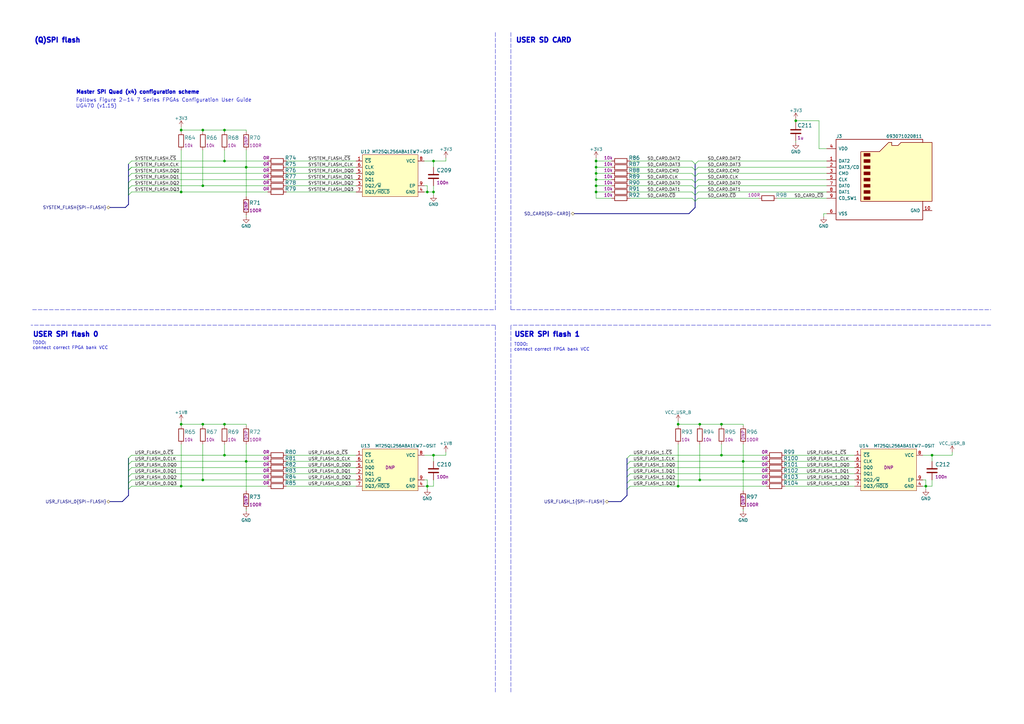
<source format=kicad_sch>
(kicad_sch (version 20211123) (generator eeschema)
  (paper "A3")
  (title_block (title "K410T devboard") (date "2023-01-04") (rev "0.0.99"))
  (lib_symbols
    (symbol "antmicroCapacitors0402:C_100n_0402" (pin_names (offset 0))
      (property "Reference" "C" (at -1.397 3.429 0))
      (property "Val" "100n" (at 0 -2.54 0))
      (symbol "C_100n_0402_1_1"
        (polyline (pts (xy -2.032 -0.762) (xy 2.032 -0.762)) (stroke (width 0.508)))
        (polyline (pts (xy -2.032 0.762) (xy 2.032 0.762)) (stroke (width 0.508)))
        (pin passive line (at 0 3.81 270) (length 2.794) (name "~") (number "1"))
        (pin passive line (at 0 -3.81 90) (length 2.794) (name "~") (number "2"))
      )
    )
    (symbol "antmicroCapacitors0402:C_1u_0402" (pin_names (offset 0))
      (property "Reference" "C" (at -1.397 3.429 0))
      (property "Val" "1u" (at 0 -2.54 0))
      (symbol "C_1u_0402_1_1"
        (polyline (pts (xy -2.032 -0.762) (xy 2.032 -0.762)) (stroke (width 0.508)))
        (polyline (pts (xy -2.032 0.762) (xy 2.032 0.762)) (stroke (width 0.508)))
        (pin passive line (at 0 3.81 270) (length 2.794) (name "~") (number "1"))
        (pin passive line (at 0 -3.81 90) (length 2.794) (name "~") (number "2"))
      )
    )
    (symbol "antmicroMemory:MT25QL256ABA1EW7-0SIT" (pin_names (offset 1.016))
      (property "Reference" "U" (at 0 11.43 0))
      (property "Value" "MT25QL256ABA1EW7-0SIT" (at 0 8.89 0))
      (symbol "MT25QL256ABA1EW7-0SIT_1_1"
        (rectangle (start -11.43 7.62) (end 11.43 -9.525) (fill (type background)))
        (pin passive line (at -13.97 5.08 0) (length 2.54) (name "~{CS}") (number "1"))
        (pin passive line (at -13.97 -2.54 0) (length 2.54) (name "DQ1") (number "2"))
        (pin passive line (at -13.97 -5.08 0) (length 2.54) (name "DQ2/~{W}") (number "3"))
        (pin passive line (at 13.97 -7.62 180) (length 2.54) (name "GND") (number "4"))
        (pin passive line (at -13.97 0 0) (length 2.54) (name "DQ0") (number "5"))
        (pin passive line (at -13.97 2.54 0) (length 2.54) (name "CLK") (number "6"))
        (pin passive line (at -13.97 -7.62 0) (length 2.54) (name "DQ3/~{HOLD}") (number "7"))
        (pin passive line (at 13.97 5.08 180) (length 2.54) (name "VCC") (number "8"))
        (pin passive line (at 13.97 -5.08 180) (length 2.54) (name "EP") (number "9"))
      )
    )
    (symbol "antmicroMemoryConnectorsPCCardSockets:693071020811" (pin_names (offset 1.016))
      (property "Reference" "J" (at -17.78 17.78 0))
      (property "Value" "693071020811" (at -10.16 -19.05 0))
      (symbol "693071020811_1_1"
        (rectangle (start -7.62 -6.985) (end -5.08 -8.255) (fill (type outline)))
        (rectangle (start -7.62 -4.445) (end -5.08 -5.715) (fill (type outline)))
        (rectangle (start -7.62 -1.905) (end -5.08 -3.175) (fill (type outline)))
        (rectangle (start -7.62 0.635) (end -5.08 -0.635) (fill (type outline)))
        (rectangle (start -7.62 3.175) (end -5.08 1.905) (fill (type outline)))
        (rectangle (start -7.62 5.715) (end -5.08 4.445) (fill (type outline)))
        (rectangle (start -7.62 8.255) (end -5.08 6.985) (fill (type outline)))
        (rectangle (start -7.62 10.795) (end -5.08 9.525) (fill (type outline)))
        (polyline (pts (xy 16.51 15.24) (xy 16.51 16.51) (xy -19.05 16.51) (xy -19.05 -16.51) (xy 16.51 -16.51) (xy 16.51 -8.89)) (stroke (width 0.254)))
        (polyline (pts (xy -8.89 -8.89) (xy -8.89 11.43) (xy -1.27 11.43) (xy 2.54 15.24) (xy 3.81 15.24) (xy 3.81 13.97) (xy 6.35 13.97) (xy 7.62 15.24) (xy 20.32 15.24) (xy 20.32 -8.89) (xy -8.89 -8.89)) (stroke (width 0.254)) (fill (type background)))
        (pin bidirectional line (at -22.86 7.62 0) (length 3.81) (name "DAT2") (number "1"))
        (pin passive line (at 20.32 -12.7 180) (length 3.81) (name "GND") (number "10"))
        (pin passive line (at 20.32 -12.7 180) (length 3.81) hide (name "GND") (number "11"))
        (pin passive line (at 20.32 -12.7 180) (length 3.81) hide (name "GND") (number "12"))
        (pin passive line (at 20.32 -12.7 180) (length 3.81) hide (name "GND") (number "13"))
        (pin bidirectional line (at -22.86 5.08 0) (length 3.81) (name "DAT3/CD") (number "2"))
        (pin input line (at -22.86 2.54 0) (length 3.81) (name "CMD") (number "3"))
        (pin power_in line (at -22.86 12.7 0) (length 3.81) (name "VDD") (number "4"))
        (pin input line (at -22.86 0 0) (length 3.81) (name "CLK") (number "5"))
        (pin passive line (at -22.86 -13.97 0) (length 3.81) (name "VSS") (number "6"))
        (pin input line (at -22.86 -2.54 0) (length 3.81) (name "DAT0") (number "7"))
        (pin input line (at -22.86 -5.08 0) (length 3.81) (name "DAT1") (number "8"))
        (pin passive line (at -22.86 -7.62 0) (length 3.81) (name "CD_SW1") (number "9"))
      )
    )
    (symbol "antmicroPower:VCC_USR_B" (power) (pin_names (offset 0))
      (property "Value" "VCC_USR_B" (at 0 3.81 0))
      (symbol "VCC_USR_B_0_1"
        (polyline (pts (xy -0.762 1.27) (xy 0 2.54)))
        (polyline (pts (xy 0 0) (xy 0 2.54)))
        (polyline (pts (xy 0 2.54) (xy 0.762 1.27)))
      )
      (symbol "VCC_USR_B_1_1"
        (pin power_in line (at 0 0 90) (length 0) hide (name "VCC_USR_B") (number "1"))
      )
    )
    (symbol "antmicroResistors0402:R_0R_0402" (pin_names (offset 0))
      (property "Reference" "R" (at -1.397 3.429 0))
      (property "Val" "0R" (at 0 -2.54 0))
      (symbol "R_0R_0402_1_1"
        (rectangle (start 2.54 -1.016) (end -2.54 1.016) (stroke (width 0.254)))
        (pin passive line (at -3.81 0 0) (length 1.27) (name "~") (number "1"))
        (pin passive line (at 3.81 0 180) (length 1.27) (name "~") (number "2"))
      )
    )
    (symbol "antmicroResistors0402:R_100R_0402" (pin_names (offset 0))
      (property "Reference" "R" (at -1.397 3.429 0))
      (property "Val" "100R" (at 0 -2.54 0))
      (symbol "R_100R_0402_1_1"
        (rectangle (start 2.54 -1.016) (end -2.54 1.016) (stroke (width 0.254)))
        (pin passive line (at -3.81 0 0) (length 1.27) (name "~") (number "1"))
        (pin passive line (at 3.81 0 180) (length 1.27) (name "~") (number "2"))
      )
    )
    (symbol "antmicroResistors0402:R_10k_0402" (pin_names (offset 0))
      (property "Reference" "R" (at -1.397 3.429 0))
      (property "Val" "10k" (at 0 -2.54 0))
      (symbol "R_10k_0402_1_1"
        (rectangle (start 2.54 -1.016) (end -2.54 1.016) (stroke (width 0.254)))
        (pin passive line (at -3.81 0 0) (length 1.27) (name "~") (number "1"))
        (pin passive line (at 3.81 0 180) (length 1.27) (name "~") (number "2"))
      )
    )
    (symbol "power:+1V8" (power) (pin_names (offset 0))
      (property "Value" "+1V8" (at 0 3.556 0))
      (symbol "+1V8_0_1"
        (polyline (pts (xy -0.762 1.27) (xy 0 2.54)))
        (polyline (pts (xy 0 0) (xy 0 2.54)))
        (polyline (pts (xy 0 2.54) (xy 0.762 1.27)))
      )
      (symbol "+1V8_1_1"
        (pin power_in line (at 0 0 90) (length 0) hide (name "+1V8") (number "1"))
      )
    )
    (symbol "power:+3.3V" (power) (pin_names (offset 0))
      (property "Value" "+3.3V" (at 0 3.556 0))
      (symbol "+3.3V_0_1"
        (polyline (pts (xy -0.762 1.27) (xy 0 2.54)))
        (polyline (pts (xy 0 0) (xy 0 2.54)))
        (polyline (pts (xy 0 2.54) (xy 0.762 1.27)))
      )
      (symbol "+3.3V_1_1"
        (pin power_in line (at 0 0 90) (length 0) hide (name "+3V3") (number "1"))
      )
    )
    (symbol "power:GND" (power) (pin_names (offset 0))
      (property "Value" "GND" (at 0 -3.81 0))
      (symbol "GND_0_1"
        (polyline (pts (xy 0 0) (xy 0 -1.27) (xy 1.27 -1.27) (xy 0 -2.54) (xy -1.27 -1.27) (xy 0 -1.27)))
      )
      (symbol "GND_1_1"
        (pin power_in line (at 0 0 270) (length 0) hide (name "GND") (number "1"))
      )
    )
  )
  (junction (at 83.185 196.85))
  (junction (at 295.91 186.69))
  (junction (at 175.26 78.74))
  (junction (at 244.475 76.2))
  (junction (at 74.295 53.34))
  (junction (at 83.185 76.2))
  (junction (at 100.965 68.58))
  (junction (at 92.075 186.69))
  (junction (at 74.295 78.74))
  (junction (at 177.8 66.04))
  (junction (at 175.26 199.39))
  (junction (at 177.8 78.74))
  (junction (at 100.965 189.23))
  (junction (at 74.295 199.39))
  (junction (at 295.91 173.99))
  (junction (at 278.13 173.99))
  (junction (at 382.27 186.69))
  (junction (at 74.295 173.99))
  (junction (at 304.8 189.23))
  (junction (at 379.73 199.39))
  (junction (at 83.185 173.99))
  (junction (at 244.475 66.04))
  (junction (at 244.475 71.12))
  (junction (at 177.8 186.69))
  (junction (at 244.475 78.74))
  (junction (at 83.185 53.34))
  (junction (at 92.075 173.99))
  (junction (at 326.39 49.53))
  (junction (at 244.475 73.66))
  (junction (at 287.02 173.99))
  (junction (at 278.13 199.39))
  (junction (at 244.475 68.58))
  (junction (at 92.075 53.34))
  (junction (at 92.075 66.04))
  (junction (at 287.02 196.85))
  (bus_entry (at 52.705 69.85) (size 1.27 -1.27))
  (bus_entry (at 285.115 69.85) (size -1.27 -1.27))
  (bus_entry (at 52.705 193.04) (size 1.27 -1.27))
  (bus_entry (at 52.705 187.96) (size 1.27 -1.27))
  (bus_entry (at 52.705 80.01) (size 1.27 -1.27))
  (bus_entry (at 285.115 74.93) (size -1.27 -1.27))
  (bus_entry (at 52.705 200.66) (size 1.27 -1.27))
  (bus_entry (at 257.175 187.96) (size 1.27 -1.27))
  (bus_entry (at 52.705 77.47) (size 1.27 -1.27))
  (bus_entry (at 285.115 72.39) (size -1.27 -1.27))
  (bus_entry (at 52.705 74.93) (size 1.27 -1.27))
  (bus_entry (at 285.115 82.55) (size 1.27 -1.27))
  (bus_entry (at 52.705 67.31) (size 1.27 -1.27))
  (bus_entry (at 52.705 69.85) (size 1.27 -1.27))
  (bus_entry (at 257.175 193.04) (size 1.27 -1.27))
  (bus_entry (at 285.115 77.47) (size 1.27 -1.27))
  (bus_entry (at 285.115 69.85) (size 1.27 -1.27))
  (bus_entry (at 257.175 200.66) (size 1.27 -1.27))
  (bus_entry (at 257.175 190.5) (size 1.27 -1.27))
  (bus_entry (at 285.115 72.39) (size 1.27 -1.27))
  (bus_entry (at 257.175 198.12) (size 1.27 -1.27))
  (bus_entry (at 285.115 80.01) (size 1.27 -1.27))
  (bus_entry (at 257.175 195.58) (size 1.27 -1.27))
  (bus_entry (at 52.705 190.5) (size 1.27 -1.27))
  (bus_entry (at 52.705 72.39) (size 1.27 -1.27))
  (bus_entry (at 285.115 80.01) (size -1.27 -1.27))
  (bus_entry (at 285.115 77.47) (size -1.27 -1.27))
  (bus_entry (at 52.705 198.12) (size 1.27 -1.27))
  (bus_entry (at 285.115 67.31) (size 1.27 -1.27))
  (bus_entry (at 285.115 67.31) (size -1.27 -1.27))
  (bus_entry (at 52.705 195.58) (size 1.27 -1.27))
  (bus_entry (at 285.115 74.93) (size 1.27 -1.27))
  (bus_entry (at 285.115 82.55) (size -1.27 -1.27))
  (bus (pts (xy 52.705 203.2) (xy 50.165 205.74)))
  (wire (pts (xy 83.185 196.85) (xy 109.855 196.85)))
  (wire (pts (xy 177.8 186.69) (xy 182.88 186.69)))
  (wire (pts (xy 74.295 53.34) (xy 83.185 53.34)))
  (wire (pts (xy 250.825 73.66) (xy 244.475 73.66)))
  (wire (pts (xy 286.385 73.66) (xy 339.09 73.66)))
  (wire (pts (xy 52.705 198.12) (xy 52.705 200.66)))
  (wire (pts (xy 173.99 78.74) (xy 175.26 78.74)))
  (wire (pts (xy 378.46 196.85) (xy 379.73 196.85)))
  (bus (pts (xy 257.175 203.2) (xy 254.635 205.74)))
  (wire (pts (xy 250.825 78.74) (xy 244.475 78.74)))
  (wire (pts (xy 175.26 196.85) (xy 175.26 199.39)))
  (wire (pts (xy 244.475 71.12) (xy 244.475 73.66)))
  (wire (pts (xy 258.445 196.85) (xy 287.02 196.85)))
  (bus (pts (xy 45.085 85.09) (xy 51.435 85.09)))
  (wire (pts (xy 74.295 53.34) (xy 74.295 53.975)))
  (wire (pts (xy 177.8 199.39) (xy 175.26 199.39)))
  (wire (pts (xy 52.705 193.04) (xy 52.705 195.58)))
  (wire (pts (xy 382.27 196.85) (xy 382.27 199.39)))
  (polyline (pts (xy 203.2 13.335) (xy 203.2 127)))
  (wire (pts (xy 278.13 182.245) (xy 278.13 199.39)))
  (wire (pts (xy 304.8 208.915) (xy 304.8 209.55)))
  (bus (pts (xy 52.705 67.31) (xy 52.705 69.85)))
  (wire (pts (xy 278.13 173.99) (xy 287.02 173.99)))
  (wire (pts (xy 379.73 196.85) (xy 379.73 199.39)))
  (wire (pts (xy 100.965 189.23) (xy 109.855 189.23)))
  (bus (pts (xy 285.115 74.93) (xy 285.115 77.47)))
  (wire (pts (xy 283.845 71.12) (xy 258.445 71.12)))
  (wire (pts (xy 117.475 199.39) (xy 146.05 199.39)))
  (wire (pts (xy 244.475 64.77) (xy 244.475 66.04)))
  (wire (pts (xy 173.99 76.2) (xy 175.26 76.2)))
  (wire (pts (xy 250.825 66.04) (xy 244.475 66.04)))
  (wire (pts (xy 74.295 172.72) (xy 74.295 173.99)))
  (wire (pts (xy 382.27 186.69) (xy 382.27 189.23)))
  (bus (pts (xy 52.705 187.96) (xy 52.705 190.5)))
  (wire (pts (xy 53.975 191.77) (xy 109.855 191.77)))
  (wire (pts (xy 52.705 195.58) (xy 52.705 198.12)))
  (bus (pts (xy 257.175 195.58) (xy 257.175 198.12)))
  (wire (pts (xy 286.385 76.2) (xy 339.09 76.2)))
  (wire (pts (xy 177.8 196.85) (xy 177.8 199.39)))
  (wire (pts (xy 283.845 68.58) (xy 258.445 68.58)))
  (wire (pts (xy 74.295 173.99) (xy 83.185 173.99)))
  (wire (pts (xy 244.475 66.04) (xy 244.475 68.58)))
  (wire (pts (xy 175.26 78.74) (xy 177.8 78.74)))
  (wire (pts (xy 390.525 185.42) (xy 390.525 186.69)))
  (wire (pts (xy 304.8 182.245) (xy 304.8 189.23)))
  (wire (pts (xy 258.445 186.69) (xy 295.91 186.69)))
  (bus (pts (xy 257.175 193.04) (xy 257.175 195.58)))
  (wire (pts (xy 321.945 189.23) (xy 350.52 189.23)))
  (wire (pts (xy 258.445 199.39) (xy 278.13 199.39)))
  (wire (pts (xy 283.845 78.74) (xy 258.445 78.74)))
  (bus (pts (xy 235.585 87.63) (xy 282.575 87.63)))
  (wire (pts (xy 100.965 208.915) (xy 100.965 209.55)))
  (wire (pts (xy 258.445 189.23) (xy 304.8 189.23)))
  (wire (pts (xy 182.88 64.77) (xy 182.88 66.04)))
  (wire (pts (xy 74.295 61.595) (xy 74.295 78.74)))
  (wire (pts (xy 321.945 194.31) (xy 350.52 194.31)))
  (bus (pts (xy 52.705 74.93) (xy 52.705 77.47)))
  (wire (pts (xy 250.825 81.28) (xy 244.475 81.28)))
  (bus (pts (xy 285.115 82.55) (xy 285.115 85.09)))
  (bus (pts (xy 285.115 77.47) (xy 285.115 80.01)))
  (wire (pts (xy 244.475 73.66) (xy 244.475 76.2)))
  (wire (pts (xy 175.26 199.39) (xy 173.99 199.39)))
  (bus (pts (xy 52.705 83.82) (xy 51.435 85.09)))
  (wire (pts (xy 83.185 173.99) (xy 83.185 174.625)))
  (polyline (pts (xy 209.55 13.335) (xy 209.55 127)))
  (bus (pts (xy 285.115 67.31) (xy 285.115 69.85)))
  (bus (pts (xy 52.705 195.58) (xy 52.705 198.12)))
  (wire (pts (xy 53.975 199.39) (xy 74.295 199.39)))
  (bus (pts (xy 285.115 85.09) (xy 282.575 87.63)))
  (wire (pts (xy 92.075 53.34) (xy 92.075 53.975)))
  (wire (pts (xy 83.185 53.34) (xy 92.075 53.34)))
  (wire (pts (xy 100.965 68.58) (xy 109.855 68.58)))
  (wire (pts (xy 278.13 199.39) (xy 314.325 199.39)))
  (wire (pts (xy 378.46 186.69) (xy 382.27 186.69)))
  (wire (pts (xy 74.295 199.39) (xy 109.855 199.39)))
  (wire (pts (xy 286.385 78.74) (xy 339.09 78.74)))
  (wire (pts (xy 100.965 61.595) (xy 100.965 68.58)))
  (wire (pts (xy 286.385 68.58) (xy 339.09 68.58)))
  (wire (pts (xy 52.705 187.96) (xy 52.705 190.5)))
  (bus (pts (xy 257.175 187.96) (xy 257.175 190.5)))
  (polyline (pts (xy 406.4 133.35) (xy 209.55 133.35)))
  (wire (pts (xy 177.8 186.69) (xy 177.8 189.23)))
  (wire (pts (xy 100.965 53.34) (xy 100.965 53.975)))
  (wire (pts (xy 100.965 68.58) (xy 100.965 80.645)))
  (wire (pts (xy 83.185 53.34) (xy 83.185 53.975)))
  (wire (pts (xy 304.8 189.23) (xy 314.325 189.23)))
  (wire (pts (xy 326.39 49.53) (xy 335.915 49.53)))
  (wire (pts (xy 173.99 66.04) (xy 177.8 66.04)))
  (wire (pts (xy 175.26 76.2) (xy 175.26 78.74)))
  (wire (pts (xy 117.475 191.77) (xy 146.05 191.77)))
  (wire (pts (xy 286.385 71.12) (xy 339.09 71.12)))
  (wire (pts (xy 295.91 173.99) (xy 304.8 173.99)))
  (wire (pts (xy 52.705 190.5) (xy 52.705 193.04)))
  (bus (pts (xy 249.555 205.74) (xy 254.635 205.74)))
  (wire (pts (xy 295.91 182.245) (xy 295.91 186.69)))
  (wire (pts (xy 283.845 73.66) (xy 258.445 73.66)))
  (wire (pts (xy 100.965 173.99) (xy 100.965 174.625)))
  (bus (pts (xy 285.115 80.01) (xy 285.115 82.55)))
  (wire (pts (xy 83.185 76.2) (xy 109.855 76.2)))
  (wire (pts (xy 335.915 60.96) (xy 339.09 60.96)))
  (wire (pts (xy 117.475 196.85) (xy 146.05 196.85)))
  (wire (pts (xy 83.185 61.595) (xy 83.185 76.2)))
  (wire (pts (xy 321.945 191.77) (xy 350.52 191.77)))
  (wire (pts (xy 53.975 66.04) (xy 92.075 66.04)))
  (bus (pts (xy 257.175 198.12) (xy 257.175 200.66)))
  (bus (pts (xy 285.115 72.39) (xy 285.115 74.93)))
  (wire (pts (xy 283.845 66.04) (xy 258.445 66.04)))
  (wire (pts (xy 100.965 189.23) (xy 100.965 201.295)))
  (bus (pts (xy 285.115 69.85) (xy 285.115 72.39)))
  (wire (pts (xy 379.73 199.39) (xy 378.46 199.39)))
  (wire (pts (xy 52.705 77.47) (xy 52.705 80.01)))
  (bus (pts (xy 257.175 190.5) (xy 257.175 193.04)))
  (bus (pts (xy 52.705 190.5) (xy 52.705 193.04)))
  (wire (pts (xy 100.965 88.265) (xy 100.965 88.9)))
  (wire (pts (xy 117.475 68.58) (xy 146.05 68.58)))
  (wire (pts (xy 287.02 196.85) (xy 314.325 196.85)))
  (wire (pts (xy 250.825 68.58) (xy 244.475 68.58)))
  (bus (pts (xy 52.705 77.47) (xy 52.705 80.01)))
  (wire (pts (xy 175.26 199.39) (xy 175.26 200.66)))
  (polyline (pts (xy 203.2 133.35) (xy 12.7 133.35)))
  (wire (pts (xy 278.13 173.99) (xy 278.13 174.625)))
  (wire (pts (xy 53.975 186.69) (xy 92.075 186.69)))
  (wire (pts (xy 92.075 173.99) (xy 92.075 174.625)))
  (wire (pts (xy 117.475 194.31) (xy 146.05 194.31)))
  (wire (pts (xy 92.075 66.04) (xy 109.855 66.04)))
  (bus (pts (xy 257.175 200.66) (xy 257.175 203.2)))
  (bus (pts (xy 52.705 72.39) (xy 52.705 74.93)))
  (wire (pts (xy 295.91 186.69) (xy 314.325 186.69)))
  (wire (pts (xy 100.965 182.245) (xy 100.965 189.23)))
  (polyline (pts (xy 13.335 127) (xy 203.2 127)))
  (wire (pts (xy 74.295 173.99) (xy 74.295 174.625)))
  (bus (pts (xy 52.705 80.01) (xy 52.705 83.82)))
  (wire (pts (xy 287.02 173.99) (xy 287.02 174.625)))
  (wire (pts (xy 335.915 49.53) (xy 335.915 60.96)))
  (polyline (pts (xy 209.55 127) (xy 406.4 127)))
  (wire (pts (xy 92.075 173.99) (xy 100.965 173.99)))
  (wire (pts (xy 177.8 78.74) (xy 177.8 80.01)))
  (wire (pts (xy 286.385 66.04) (xy 339.09 66.04)))
  (bus (pts (xy 52.705 193.04) (xy 52.705 195.58)))
  (wire (pts (xy 173.99 186.69) (xy 177.8 186.69)))
  (wire (pts (xy 173.99 196.85) (xy 175.26 196.85)))
  (wire (pts (xy 250.825 71.12) (xy 244.475 71.12)))
  (wire (pts (xy 117.475 66.04) (xy 146.05 66.04)))
  (wire (pts (xy 117.475 186.69) (xy 146.05 186.69)))
  (wire (pts (xy 321.945 199.39) (xy 350.52 199.39)))
  (wire (pts (xy 278.13 172.72) (xy 278.13 173.99)))
  (wire (pts (xy 326.39 49.53) (xy 326.39 50.165)))
  (wire (pts (xy 117.475 71.12) (xy 146.05 71.12)))
  (wire (pts (xy 117.475 76.2) (xy 146.05 76.2)))
  (wire (pts (xy 304.8 189.23) (xy 304.8 201.295)))
  (wire (pts (xy 286.385 81.28) (xy 311.15 81.28)))
  (bus (pts (xy 52.705 200.66) (xy 52.705 203.2)))
  (polyline (pts (xy 203.2 283.845) (xy 203.2 133.35)))
  (wire (pts (xy 92.075 61.595) (xy 92.075 66.04)))
  (wire (pts (xy 379.73 199.39) (xy 379.73 200.66)))
  (bus (pts (xy 52.705 69.85) (xy 52.705 72.39)))
  (wire (pts (xy 92.075 186.69) (xy 109.855 186.69)))
  (wire (pts (xy 244.475 71.12) (xy 244.475 68.58)))
  (wire (pts (xy 83.185 182.245) (xy 83.185 196.85)))
  (wire (pts (xy 287.02 173.99) (xy 295.91 173.99)))
  (wire (pts (xy 53.975 78.74) (xy 74.295 78.74)))
  (wire (pts (xy 182.88 185.42) (xy 182.88 186.69)))
  (wire (pts (xy 258.445 191.77) (xy 314.325 191.77)))
  (wire (pts (xy 53.975 71.12) (xy 109.855 71.12)))
  (wire (pts (xy 52.705 74.93) (xy 52.705 77.47)))
  (wire (pts (xy 244.475 76.2) (xy 244.475 78.74)))
  (wire (pts (xy 177.8 66.04) (xy 177.8 68.58)))
  (wire (pts (xy 337.82 87.63) (xy 337.82 88.9)))
  (wire (pts (xy 53.975 73.66) (xy 109.855 73.66)))
  (wire (pts (xy 83.185 173.99) (xy 92.075 173.99)))
  (wire (pts (xy 283.845 76.2) (xy 258.445 76.2)))
  (wire (pts (xy 117.475 73.66) (xy 146.05 73.66)))
  (wire (pts (xy 117.475 189.23) (xy 146.05 189.23)))
  (wire (pts (xy 53.975 68.58) (xy 100.965 68.58)))
  (wire (pts (xy 74.295 182.245) (xy 74.295 199.39)))
  (wire (pts (xy 53.975 189.23) (xy 100.965 189.23)))
  (wire (pts (xy 244.475 78.74) (xy 244.475 81.28)))
  (wire (pts (xy 382.27 199.39) (xy 379.73 199.39)))
  (wire (pts (xy 74.295 52.07) (xy 74.295 53.34)))
  (wire (pts (xy 250.825 76.2) (xy 244.475 76.2)))
  (wire (pts (xy 53.975 196.85) (xy 83.185 196.85)))
  (bus (pts (xy 45.085 205.74) (xy 50.165 205.74)))
  (wire (pts (xy 283.845 81.28) (xy 258.445 81.28)))
  (wire (pts (xy 382.27 186.69) (xy 390.525 186.69)))
  (wire (pts (xy 295.91 173.99) (xy 295.91 174.625)))
  (wire (pts (xy 321.945 186.69) (xy 350.52 186.69)))
  (polyline (pts (xy 209.55 283.845) (xy 209.55 133.35)))
  (wire (pts (xy 177.8 66.04) (xy 182.88 66.04)))
  (wire (pts (xy 287.02 182.245) (xy 287.02 196.85)))
  (wire (pts (xy 74.295 78.74) (xy 109.855 78.74)))
  (wire (pts (xy 53.975 76.2) (xy 83.185 76.2)))
  (wire (pts (xy 321.945 196.85) (xy 350.52 196.85)))
  (wire (pts (xy 92.075 182.245) (xy 92.075 186.69)))
  (wire (pts (xy 339.09 87.63) (xy 337.82 87.63)))
  (wire (pts (xy 326.39 48.895) (xy 326.39 49.53)))
  (wire (pts (xy 258.445 194.31) (xy 314.325 194.31)))
  (wire (pts (xy 177.8 76.2) (xy 177.8 78.74)))
  (wire (pts (xy 326.39 57.785) (xy 326.39 58.42)))
  (wire (pts (xy 92.075 53.34) (xy 100.965 53.34)))
  (bus (pts (xy 52.705 198.12) (xy 52.705 200.66)))
  (wire (pts (xy 53.975 194.31) (xy 109.855 194.31)))
  (wire (pts (xy 304.8 173.99) (xy 304.8 174.625)))
  (wire (pts (xy 117.475 78.74) (xy 146.05 78.74)))
  (wire (pts (xy 318.77 81.28) (xy 339.09 81.28)))
  (text "Master SPI Quad (x4) configuration scheme" (at 31.115 38.735 0) (effects (font (size 1.5 1.5) (thickness 0.5994) bold) (justify left bottom)))
  (text "TODO:\nconnect correct FPGA bank VCC" (at 210.82 144.145 0) (effects (font (size 1.27 1.27)) (justify left bottom)))
  (text "(Q)SPI flash" (at 13.97 17.78 0) (effects (font (size 2 2) (thickness 0.5994) bold) (justify left bottom)))
  (text "USER SD CARD" (at 211.455 17.78 0) (effects (font (size 2 2) (thickness 0.5994) bold) (justify left bottom)))
  (text "TODO:\nconnect correct FPGA bank VCC" (at 13.335 143.51 0) (effects (font (size 1.27 1.27)) (justify left bottom)))
  (text "USER SPI flash 1" (at 210.82 138.43 0) (effects (font (size 2 2) (thickness 0.5994) bold) (justify left bottom)))
  (text "USER SPI flash 0" (at 13.335 138.43 0) (effects (font (size 2 2) (thickness 0.5994) bold) (justify left bottom)))
  (text "Follows Figure 2-14 7 Series FPGAs Configuration User Guide\nUG470 (v1.15)" (at 31.115 44.45 0) (effects (font (size 1.5 1.5)) (justify left bottom)))
  (label "USR_FLASH_0.~{CS}" (at 55.245 186.69 0))
  (label "SD_CARD.DAT3" (at 290.195 68.58 0))
  (label "SD_CARD.DAT2" (at 265.43 66.04 0))
  (label "SD_CARD.CLK" (at 265.43 73.66 0))
  (label "USR_FLASH_1_DQ1" (at 330.7299 194.31 0))
  (label "USR_FLASH_1.CLK" (at 259.715 189.23 0))
  (label "SYSTEM_FLASH.DQ2" (at 55.245 76.2 0))
  (label "USR_FLASH_0.DQ3" (at 55.245 199.39 0))
  (label "SD_CARD.DAT0" (at 265.43 76.2 0))
  (label "SD_CARD.DAT1" (at 290.195 78.74 0))
  (label "SYSTEM_FLASH_DQ1" (at 126.2599 73.66 0))
  (label "SD_CARD.CLK" (at 290.195 73.66 0))
  (label "USR_FLASH_1.DQ2" (at 259.715 196.85 0))
  (label "USR_FLASH_0.DQ2" (at 55.245 196.85 0))
  (label "USR_FLASH_1.DQ0" (at 259.715 191.77 0))
  (label "SYSTEM_FLASH_DQ2" (at 126.365 76.2 0))
  (label "SD_CARD.CMD" (at 265.43 71.12 0))
  (label "USR_FLASH_0.DQ0" (at 55.245 191.77 0))
  (label "SYSTEM_FLASH_DQ3" (at 126.3385 78.74 0))
  (label "SD_CARD.DAT0" (at 290.195 76.2 0))
  (label "SYSTEM_FLASH.CLK" (at 55.245 68.58 0))
  (label "SD_CARD.DAT1" (at 265.43 78.74 0))
  (label "USR_FLASH_0_DQ1" (at 126.2599 194.31 0))
  (label "USR_FLASH_0_CLK" (at 126.365 189.23 0))
  (label "SD_CARD_~{CD}" (at 325.755 81.28 0))
  (label "SYSTEM_FLASH.DQ0" (at 55.245 71.12 0))
  (label "USR_FLASH_1_DQ0" (at 330.835 191.77 0))
  (label "SYSTEM_FLASH.DQ1" (at 55.245 73.66 0))
  (label "USR_FLASH_1_~{CS}" (at 330.835 186.69 0))
  (label "SD_CARD.DAT2" (at 290.195 66.04 0))
  (label "SD_CARD.DAT3" (at 265.43 68.58 0))
  (label "USR_FLASH_1.~{CS}" (at 259.715 186.69 0))
  (label "USR_FLASH_0_~{CS}" (at 126.365 186.69 0))
  (label "SD_CARD.~{CD}" (at 265.43 81.28 0))
  (label "USR_FLASH_1.DQ1" (at 259.715 194.31 0))
  (label "USR_FLASH_0_DQ0" (at 126.365 191.77 0))
  (label "USR_FLASH_1.DQ3" (at 259.715 199.39 0))
  (label "USR_FLASH_0.CLK" (at 55.245 189.23 0))
  (label "SYSTEM_FLASH_CLK" (at 126.365 68.58 0))
  (label "USR_FLASH_1_DQ3" (at 330.8085 199.39 0))
  (label "USR_FLASH_1_CLK" (at 330.835 189.23 0))
  (label "SYSTEM_FLASH.~{CS}" (at 55.245 66.04 0))
  (label "SYSTEM_FLASH.DQ3" (at 55.245 78.74 0))
  (label "USR_FLASH_0_DQ3" (at 126.3385 199.39 0))
  (label "SD_CARD.CMD" (at 290.195 71.12 0))
  (label "SYSTEM_FLASH_~{CS}" (at 126.365 66.04 0))
  (label "USR_FLASH_0.DQ1" (at 55.245 194.31 0))
  (label "SD_CARD.~{CD}" (at 290.195 81.28 0))
  (label "USR_FLASH_0_DQ2" (at 126.365 196.85 0))
  (label "USR_FLASH_1_DQ2" (at 330.835 196.85 0))
  (label "SYSTEM_FLASH_DQ0" (at 126.365 71.12 0))
  (hierarchical_label "SD_CARD{SD-CARD}" (shape bidirectional) (at 235.585 87.63 180))
  (hierarchical_label "USR_FLASH_0{SPI-FLASH}" (shape bidirectional) (at 45.085 205.74 180))
  (hierarchical_label "SYSTEM_FLASH{SPI-FLASH}" (shape bidirectional) (at 45.085 85.09 180))
  (hierarchical_label "USR_FLASH_1{SPI-FLASH}" (shape bidirectional) (at 249.555 205.74 180))
  (symbol (lib_id "power:+3.3V") (at 74.295 52.07 0) (unit 1)
    (property "Reference" "#PWR0114" (effects hide))
    (property "Value" "+3.3V" (at 74.295 48.4942 0))
  )
  (symbol (lib_id "antmicroResistors0402:R_100R_0402") (at 100.965 84.455 90) (unit 1)
    (property "Reference" "R71" (at 102.235 83.185 90) (effects (font (size 1.524 1.524)) (justify right)))
    (property "Value" "R_100R_0402" (effects hide))
    (property "Footprint" "antmicro-footprints:0402-res" (effects hide))
    (property "Manufacturer" "BOURNS" (effects hide))
    (property "MPN" "CR0402-FX-1000GLF" (effects hide))
    (property "Val" "100R" (at 102.235 86.36 90) (effects (justify right)))
    (property "DNP" "DNP" (at 100.965 84.455 0))
  )
  (symbol (lib_id "antmicroResistors0402:R_0R_0402") (at 113.665 186.69 0) (unit 1)
    (property "Reference" "R80" (at 116.84 185.42 0) (effects (font (size 1.524 1.524)) (justify left)))
    (property "Value" "R_0R_0402" (effects hide))
    (property "Footprint" "antmicro-footprints:0402-res" (effects hide))
    (property "Manufacturer" "PANASONIC" (effects hide))
    (property "MPN" "ERJ2GE0R00X" (effects hide))
    (property "Val" "0R" (at 109.22 185.42 0))
  )
  (symbol (lib_id "power:GND") (at 326.39 58.42 0) (unit 1)
    (property "Reference" "#PWR0125" (effects hide))
    (property "Value" "GND" (at 326.39 62.23 0))
  )
  (symbol (lib_id "antmicroResistors0402:R_0R_0402") (at 113.665 68.58 0) (unit 1)
    (property "Reference" "R75" (at 116.84 67.31 0) (effects (font (size 1.524 1.524)) (justify left)))
    (property "Value" "R_0R_0402" (effects hide))
    (property "Footprint" "antmicro-footprints:0402-res" (effects hide))
    (property "Manufacturer" "PANASONIC" (effects hide))
    (property "MPN" "ERJ2GE0R00X" (effects hide))
    (property "Val" "0R" (at 109.22 67.31 0))
  )
  (symbol (lib_id "antmicroCapacitors0402:C_100n_0402") (at 177.8 193.04 0) (unit 1)
    (property "Reference" "C210" (at 179.07 190.5 0) (effects (font (size 1.524 1.524)) (justify left)))
    (property "Value" "C_100n_0402" (effects hide))
    (property "Footprint" "antmicro-footprints:0402-cap" (effects hide))
    (property "Manufacturer" "Murata" (effects hide))
    (property "MPN" "GRM155R61H104KE14D" (effects hide))
    (property "Val" "100n" (at 179.07 195.58 0) (effects (justify left)))
  )
  (symbol (lib_id "antmicroResistors0402:R_10k_0402") (at 295.91 178.435 90) (unit 1)
    (property "Reference" "R95" (at 297.18 177.165 90) (effects (font (size 1.524 1.524)) (justify right)))
    (property "Value" "R_10k_0402" (effects hide))
    (property "Footprint" "antmicro-footprints:0402-res" (effects hide))
    (property "Manufacturer" "VISHAY" (effects hide))
    (property "MPN" "CRCW040210K0FKEDHP" (effects hide))
    (property "Val" "10k" (at 297.18 180.34 90) (effects (justify right)))
  )
  (symbol (lib_id "antmicroResistors0402:R_0R_0402") (at 113.665 199.39 0) (unit 1)
    (property "Reference" "R85" (at 116.84 198.12 0) (effects (font (size 1.524 1.524)) (justify left)))
    (property "Value" "R_0R_0402" (effects hide))
    (property "Footprint" "antmicro-footprints:0402-res" (effects hide))
    (property "Manufacturer" "PANASONIC" (effects hide))
    (property "MPN" "ERJ2GE0R00X" (effects hide))
    (property "Val" "0R" (at 109.22 198.12 0))
  )
  (symbol (lib_id "antmicroCapacitors0402:C_1u_0402") (at 326.39 53.975 0) (unit 1)
    (property "Reference" "C211" (at 327.025 51.435 0) (effects (font (size 1.524 1.524)) (justify left)))
    (property "Value" "C_1u_0402" (effects hide))
    (property "Footprint" "antmicro-footprints:0402-cap" (effects hide))
    (property "Manufacturer" "TDK" (effects hide))
    (property "MPN" "C1005X6S1A105K050BC" (effects hide))
    (property "Val" "1u" (at 327.025 56.515 0) (effects (justify left)))
  )
  (symbol (lib_id "antmicroMemory:MT25QL256ABA1EW7-0SIT") (at 160.02 71.12 0) (unit 1)
    (property "Reference" "U12" (at 149.86 62.23 0))
    (property "Value" "MT25QL256ABA1EW7-0SIT" (at 165.1 62.23 0))
    (property "Footprint" "antmicro-footprints:WDFN-8-1EP_6x5mm_P1.27mm_EP3.4x4mm" (effects hide))
    (property "Datasheet" "https://www.micron.com/products/nor-flash/serial-nor-flash/part-catalog/mt25ql256aba1ew7-0sit" (effects hide))
    (property "MPN" "MT25QL256ABA1EW7-0SIT" (effects hide))
    (property "Manufacturer" "Micron" (effects hide))
  )
  (symbol (lib_id "power:+1V8") (at 182.88 185.42 0) (unit 1)
    (property "Reference" "#PWR0121" (effects hide))
    (property "Value" "+1V8" (at 182.88 181.8442 0))
  )
  (symbol (lib_id "antmicroPower:VCC_USR_B") (at 390.525 185.42 0) (mirror y) (unit 1)
    (property "Reference" "#PWR0442" (effects hide))
    (property "Value" "VCC_USR_B" (at 390.525 181.8442 0))
  )
  (symbol (lib_id "antmicroResistors0402:R_10k_0402") (at 83.185 178.435 90) (unit 1)
    (property "Reference" "R67" (at 84.455 177.165 90) (effects (font (size 1.524 1.524)) (justify right)))
    (property "Value" "R_10k_0402" (effects hide))
    (property "Footprint" "antmicro-footprints:0402-res" (effects hide))
    (property "Manufacturer" "VISHAY" (effects hide))
    (property "MPN" "CRCW040210K0FKEDHP" (effects hide))
    (property "Val" "10k" (at 84.455 180.34 90) (effects (justify right)))
  )
  (symbol (lib_id "antmicroResistors0402:R_100R_0402") (at 304.8 178.435 90) (unit 1)
    (property "Reference" "R96" (at 306.07 177.165 90) (effects (font (size 1.524 1.524)) (justify right)))
    (property "Value" "R_100R_0402" (effects hide))
    (property "Footprint" "antmicro-footprints:0402-res" (effects hide))
    (property "Manufacturer" "BOURNS" (effects hide))
    (property "MPN" "CR0402-FX-1000GLF" (effects hide))
    (property "Val" "100R" (at 306.07 180.34 90) (effects (justify right)))
    (property "DNP" "DNP" (at 304.8 178.435 0))
  )
  (symbol (lib_id "power:GND") (at 304.8 209.55 0) (unit 1)
    (property "Reference" "#PWR0123" (effects hide))
    (property "Value" "GND" (at 304.8 213.36 0))
  )
  (symbol (lib_id "power:GND") (at 379.73 200.66 0) (unit 1)
    (property "Reference" "#PWR0127" (effects hide))
    (property "Value" "GND" (at 379.73 204.47 0))
  )
  (symbol (lib_id "antmicroResistors0402:R_0R_0402") (at 318.135 186.69 0) (unit 1)
    (property "Reference" "R99" (at 321.31 185.42 0) (effects (font (size 1.524 1.524)) (justify left)))
    (property "Value" "R_0R_0402" (effects hide))
    (property "Footprint" "antmicro-footprints:0402-res" (effects hide))
    (property "Manufacturer" "PANASONIC" (effects hide))
    (property "MPN" "ERJ2GE0R00X" (effects hide))
    (property "Val" "0R" (at 313.69 185.42 0))
  )
  (symbol (lib_id "antmicroResistors0402:R_0R_0402") (at 318.135 194.31 0) (unit 1)
    (property "Reference" "R102" (at 321.31 193.04 0) (effects (font (size 1.524 1.524)) (justify left)))
    (property "Value" "R_0R_0402" (effects hide))
    (property "Footprint" "antmicro-footprints:0402-res" (effects hide))
    (property "Manufacturer" "PANASONIC" (effects hide))
    (property "MPN" "ERJ2GE0R00X" (effects hide))
    (property "Val" "0R" (at 313.69 193.04 0))
  )
  (symbol (lib_id "antmicroResistors0402:R_10k_0402") (at 254.635 66.04 180) (unit 1)
    (property "Reference" "R86" (at 257.81 64.77 0) (effects (font (size 1.524 1.524)) (justify right)))
    (property "Value" "R_10k_0402" (effects hide))
    (property "Footprint" "antmicro-footprints:0402-res" (effects hide))
    (property "Manufacturer" "VISHAY" (effects hide))
    (property "MPN" "CRCW040210K0FKEDHP" (effects hide))
    (property "Val" "10k" (at 247.65 64.77 0) (effects (justify right)))
  )
  (symbol (lib_id "antmicroResistors0402:R_100R_0402") (at 314.96 81.28 180) (unit 1)
    (property "Reference" "R98" (at 318.135 80.01 0) (effects (font (size 1.524 1.524)) (justify right)))
    (property "Value" "R_100R_0402" (effects hide))
    (property "Footprint" "antmicro-footprints:0402-res" (effects hide))
    (property "Manufacturer" "BOURNS" (effects hide))
    (property "MPN" "CR0402-FX-1000GLF" (effects hide))
    (property "Val" "100R" (at 306.705 80.01 0) (effects (justify right)))
  )
  (symbol (lib_id "antmicroResistors0402:R_0R_0402") (at 318.135 196.85 0) (unit 1)
    (property "Reference" "R103" (at 321.31 195.58 0) (effects (font (size 1.524 1.524)) (justify left)))
    (property "Value" "R_0R_0402" (effects hide))
    (property "Footprint" "antmicro-footprints:0402-res" (effects hide))
    (property "Manufacturer" "PANASONIC" (effects hide))
    (property "MPN" "ERJ2GE0R00X" (effects hide))
    (property "Val" "0R" (at 313.69 195.58 0))
  )
  (symbol (lib_id "antmicroResistors0402:R_10k_0402") (at 254.635 71.12 180) (unit 1)
    (property "Reference" "R88" (at 257.81 69.85 0) (effects (font (size 1.524 1.524)) (justify right)))
    (property "Value" "R_10k_0402" (effects hide))
    (property "Footprint" "antmicro-footprints:0402-res" (effects hide))
    (property "Manufacturer" "VISHAY" (effects hide))
    (property "MPN" "CRCW040210K0FKEDHP" (effects hide))
    (property "Val" "10k" (at 247.65 69.85 0) (effects (justify right)))
  )
  (symbol (lib_id "antmicroResistors0402:R_0R_0402") (at 113.665 78.74 0) (unit 1)
    (property "Reference" "R79" (at 116.84 77.47 0) (effects (font (size 1.524 1.524)) (justify left)))
    (property "Value" "R_0R_0402" (effects hide))
    (property "Footprint" "antmicro-footprints:0402-res" (effects hide))
    (property "Manufacturer" "PANASONIC" (effects hide))
    (property "MPN" "ERJ2GE0R00X" (effects hide))
    (property "Val" "0R" (at 109.22 77.47 0))
  )
  (symbol (lib_id "power:GND") (at 100.965 88.9 0) (unit 1)
    (property "Reference" "#PWR0116" (effects hide))
    (property "Value" "GND" (at 100.965 92.71 0))
  )
  (symbol (lib_id "antmicroResistors0402:R_10k_0402") (at 254.635 78.74 180) (unit 1)
    (property "Reference" "R91" (at 257.81 77.47 0) (effects (font (size 1.524 1.524)) (justify right)))
    (property "Value" "R_10k_0402" (effects hide))
    (property "Footprint" "antmicro-footprints:0402-res" (effects hide))
    (property "Manufacturer" "VISHAY" (effects hide))
    (property "MPN" "CRCW040210K0FKEDHP" (effects hide))
    (property "Val" "10k" (at 247.65 77.47 0) (effects (justify right)))
  )
  (symbol (lib_id "antmicroResistors0402:R_0R_0402") (at 113.665 71.12 0) (unit 1)
    (property "Reference" "R76" (at 116.84 69.85 0) (effects (font (size 1.524 1.524)) (justify left)))
    (property "Value" "R_0R_0402" (effects hide))
    (property "Footprint" "antmicro-footprints:0402-res" (effects hide))
    (property "Manufacturer" "PANASONIC" (effects hide))
    (property "MPN" "ERJ2GE0R00X" (effects hide))
    (property "Val" "0R" (at 109.22 69.85 0))
  )
  (symbol (lib_id "antmicroCapacitors0402:C_100n_0402") (at 177.8 72.39 0) (unit 1)
    (property "Reference" "C209" (at 179.07 69.85 0) (effects (font (size 1.524 1.524)) (justify left)))
    (property "Value" "C_100n_0402" (effects hide))
    (property "Footprint" "antmicro-footprints:0402-cap" (effects hide))
    (property "Manufacturer" "Murata" (effects hide))
    (property "MPN" "GRM155R61H104KE14D" (effects hide))
    (property "Val" "100n" (at 179.07 74.93 0) (effects (justify left)))
  )
  (symbol (lib_id "antmicroResistors0402:R_10k_0402") (at 92.075 178.435 90) (unit 1)
    (property "Reference" "R69" (at 93.345 177.165 90) (effects (font (size 1.524 1.524)) (justify right)))
    (property "Value" "R_10k_0402" (effects hide))
    (property "Footprint" "antmicro-footprints:0402-res" (effects hide))
    (property "Manufacturer" "VISHAY" (effects hide))
    (property "MPN" "CRCW040210K0FKEDHP" (effects hide))
    (property "Val" "10k" (at 93.345 180.34 90) (effects (justify right)))
  )
  (symbol (lib_id "power:GND") (at 177.8 80.01 0) (unit 1)
    (property "Reference" "#PWR0119" (effects hide))
    (property "Value" "GND" (at 177.8 83.82 0))
  )
  (symbol (lib_id "power:+1V8") (at 74.295 172.72 0) (unit 1)
    (property "Reference" "#PWR0115" (effects hide))
    (property "Value" "+1V8" (at 74.295 169.1442 0))
  )
  (symbol (lib_id "antmicroResistors0402:R_10k_0402") (at 254.635 68.58 180) (unit 1)
    (property "Reference" "R87" (at 257.81 67.31 0) (effects (font (size 1.524 1.524)) (justify right)))
    (property "Value" "R_10k_0402" (effects hide))
    (property "Footprint" "antmicro-footprints:0402-res" (effects hide))
    (property "Manufacturer" "VISHAY" (effects hide))
    (property "MPN" "CRCW040210K0FKEDHP" (effects hide))
    (property "Val" "10k" (at 247.65 67.31 0) (effects (justify right)))
  )
  (symbol (lib_id "antmicroResistors0402:R_0R_0402") (at 318.135 191.77 0) (unit 1)
    (property "Reference" "R101" (at 321.31 190.5 0) (effects (font (size 1.524 1.524)) (justify left)))
    (property "Value" "R_0R_0402" (effects hide))
    (property "Footprint" "antmicro-footprints:0402-res" (effects hide))
    (property "Manufacturer" "PANASONIC" (effects hide))
    (property "MPN" "ERJ2GE0R00X" (effects hide))
    (property "Val" "0R" (at 313.69 190.5 0))
  )
  (symbol (lib_id "antmicroResistors0402:R_10k_0402") (at 74.295 178.435 90) (unit 1)
    (property "Reference" "R65" (at 75.565 177.165 90) (effects (font (size 1.524 1.524)) (justify right)))
    (property "Value" "R_10k_0402" (effects hide))
    (property "Footprint" "antmicro-footprints:0402-res" (effects hide))
    (property "Manufacturer" "VISHAY" (effects hide))
    (property "MPN" "CRCW040210K0FKEDHP" (effects hide))
    (property "Val" "10k" (at 75.565 180.34 90) (effects (justify right)))
  )
  (symbol (lib_id "antmicroResistors0402:R_0R_0402") (at 113.665 189.23 0) (unit 1)
    (property "Reference" "R81" (at 116.84 187.96 0) (effects (font (size 1.524 1.524)) (justify left)))
    (property "Value" "R_0R_0402" (effects hide))
    (property "Footprint" "antmicro-footprints:0402-res" (effects hide))
    (property "Manufacturer" "PANASONIC" (effects hide))
    (property "MPN" "ERJ2GE0R00X" (effects hide))
    (property "Val" "0R" (at 109.22 187.96 0))
  )
  (symbol (lib_id "power:+3.3V") (at 326.39 48.895 0) (unit 1)
    (property "Reference" "#PWR0124" (effects hide))
    (property "Value" "+3.3V" (at 326.39 45.3192 0))
  )
  (symbol (lib_id "power:+3.3V") (at 244.475 64.77 0) (unit 1)
    (property "Reference" "#PWR0122" (effects hide))
    (property "Value" "+3.3V" (at 244.475 61.1942 0))
  )
  (symbol (lib_id "power:GND") (at 337.82 88.9 0) (unit 1)
    (property "Reference" "#PWR0126" (effects hide))
    (property "Value" "GND" (at 337.82 92.71 0))
  )
  (symbol (lib_id "antmicroMemoryConnectorsPCCardSockets:693071020811") (at 361.95 73.66 0) (unit 1)
    (property "Reference" "J3" (at 344.17 55.88 0))
    (property "Value" "693071020811" (at 370.84 55.88 0))
    (property "Footprint" "antmicro-footprints:WE_693071020811" (effects hide))
    (property "Datasheet" "https://www.we-online.com/catalog/datasheet/693071020811.pdf" (effects hide))
    (property "Manufacturer" "Würth Elektronik" (effects hide))
    (property "MPN" "693071020811" (effects hide))
  )
  (symbol (lib_id "antmicroResistors0402:R_0R_0402") (at 113.665 76.2 0) (unit 1)
    (property "Reference" "R78" (at 116.84 74.93 0) (effects (font (size 1.524 1.524)) (justify left)))
    (property "Value" "R_0R_0402" (effects hide))
    (property "Footprint" "antmicro-footprints:0402-res" (effects hide))
    (property "Manufacturer" "PANASONIC" (effects hide))
    (property "MPN" "ERJ2GE0R00X" (effects hide))
    (property "Val" "0R" (at 109.22 74.93 0))
  )
  (symbol (lib_id "antmicroResistors0402:R_10k_0402") (at 287.02 178.435 90) (unit 1)
    (property "Reference" "R94" (at 288.29 177.165 90) (effects (font (size 1.524 1.524)) (justify right)))
    (property "Value" "R_10k_0402" (effects hide))
    (property "Footprint" "antmicro-footprints:0402-res" (effects hide))
    (property "Manufacturer" "VISHAY" (effects hide))
    (property "MPN" "CRCW040210K0FKEDHP" (effects hide))
    (property "Val" "10k" (at 288.29 180.34 90) (effects (justify right)))
  )
  (symbol (lib_id "antmicroMemory:MT25QL256ABA1EW7-0SIT") (at 364.49 191.77 0) (unit 1)
    (property "Reference" "U14" (at 354.33 182.88 0))
    (property "Value" "MT25QL256ABA1EW7-0SIT" (at 370.84 182.88 0))
    (property "Footprint" "antmicro-footprints:WDFN-8-1EP_6x5mm_P1.27mm_EP3.4x4mm" (effects hide))
    (property "Datasheet" "https://www.micron.com/products/nor-flash/serial-nor-flash/part-catalog/mt25ql256aba1ew7-0sit" (effects hide))
    (property "MPN" "MT25QL256ABA1EW7-0SIT" (effects hide))
    (property "Manufacturer" "Micron" (effects hide))
    (property "DNP" "DNP" (at 364.49 191.77 0))
  )
  (symbol (lib_id "antmicroResistors0402:R_10k_0402") (at 74.295 57.785 90) (unit 1)
    (property "Reference" "R64" (at 75.565 56.515 90) (effects (font (size 1.524 1.524)) (justify right)))
    (property "Value" "R_10k_0402" (effects hide))
    (property "Footprint" "antmicro-footprints:0402-res" (effects hide))
    (property "Manufacturer" "VISHAY" (effects hide))
    (property "MPN" "CRCW040210K0FKEDHP" (effects hide))
    (property "Val" "10k" (at 75.565 59.69 90) (effects (justify right)))
  )
  (symbol (lib_id "antmicroResistors0402:R_0R_0402") (at 318.135 189.23 0) (unit 1)
    (property "Reference" "R100" (at 321.31 187.96 0) (effects (font (size 1.524 1.524)) (justify left)))
    (property "Value" "R_0R_0402" (effects hide))
    (property "Footprint" "antmicro-footprints:0402-res" (effects hide))
    (property "Manufacturer" "PANASONIC" (effects hide))
    (property "MPN" "ERJ2GE0R00X" (effects hide))
    (property "Val" "0R" (at 313.69 187.96 0))
  )
  (symbol (lib_id "antmicroResistors0402:R_10k_0402") (at 254.635 81.28 180) (unit 1)
    (property "Reference" "R92" (at 257.81 80.01 0) (effects (font (size 1.524 1.524)) (justify right)))
    (property "Value" "R_10k_0402" (effects hide))
    (property "Footprint" "antmicro-footprints:0402-res" (effects hide))
    (property "Manufacturer" "VISHAY" (effects hide))
    (property "MPN" "CRCW040210K0FKEDHP" (effects hide))
    (property "Val" "10k" (at 247.65 80.01 0) (effects (justify right)))
  )
  (symbol (lib_id "antmicroResistors0402:R_10k_0402") (at 83.185 57.785 90) (unit 1)
    (property "Reference" "R66" (at 84.455 56.515 90) (effects (font (size 1.524 1.524)) (justify right)))
    (property "Value" "R_10k_0402" (effects hide))
    (property "Footprint" "antmicro-footprints:0402-res" (effects hide))
    (property "Manufacturer" "VISHAY" (effects hide))
    (property "MPN" "CRCW040210K0FKEDHP" (effects hide))
    (property "Val" "10k" (at 84.455 59.69 90) (effects (justify right)))
  )
  (symbol (lib_id "power:GND") (at 175.26 200.66 0) (unit 1)
    (property "Reference" "#PWR0118" (effects hide))
    (property "Value" "GND" (at 175.26 204.47 0))
  )
  (symbol (lib_id "antmicroResistors0402:R_100R_0402") (at 304.8 205.105 90) (unit 1)
    (property "Reference" "R97" (at 306.07 203.835 90) (effects (font (size 1.524 1.524)) (justify right)))
    (property "Value" "R_100R_0402" (effects hide))
    (property "Footprint" "antmicro-footprints:0402-res" (effects hide))
    (property "Manufacturer" "BOURNS" (effects hide))
    (property "MPN" "CR0402-FX-1000GLF" (effects hide))
    (property "Val" "100R" (at 306.07 207.01 90) (effects (justify right)))
    (property "DNP" "DNP" (at 304.8 205.105 0))
  )
  (symbol (lib_id "power:+3.3V") (at 182.88 64.77 0) (unit 1)
    (property "Reference" "#PWR0120" (effects hide))
    (property "Value" "+3.3V" (at 182.88 61.1942 0))
  )
  (symbol (lib_id "antmicroResistors0402:R_100R_0402") (at 100.965 178.435 90) (unit 1)
    (property "Reference" "R72" (at 102.235 177.165 90) (effects (font (size 1.524 1.524)) (justify right)))
    (property "Value" "R_100R_0402" (effects hide))
    (property "Footprint" "antmicro-footprints:0402-res" (effects hide))
    (property "Manufacturer" "BOURNS" (effects hide))
    (property "MPN" "CR0402-FX-1000GLF" (effects hide))
    (property "Val" "100R" (at 102.235 180.34 90) (effects (justify right)))
    (property "DNP" "DNP" (at 100.965 178.435 0))
  )
  (symbol (lib_id "antmicroPower:VCC_USR_B") (at 278.13 172.72 0) (mirror y) (unit 1)
    (property "Reference" "#PWR0443" (effects hide))
    (property "Value" "VCC_USR_B" (at 278.13 169.1442 0))
  )
  (symbol (lib_id "antmicroResistors0402:R_10k_0402") (at 278.13 178.435 90) (unit 1)
    (property "Reference" "R93" (at 279.4 177.165 90) (effects (font (size 1.524 1.524)) (justify right)))
    (property "Value" "R_10k_0402" (effects hide))
    (property "Footprint" "antmicro-footprints:0402-res" (effects hide))
    (property "Manufacturer" "VISHAY" (effects hide))
    (property "MPN" "CRCW040210K0FKEDHP" (effects hide))
    (property "Val" "10k" (at 279.4 180.34 90) (effects (justify right)))
  )
  (symbol (lib_id "antmicroResistors0402:R_0R_0402") (at 113.665 66.04 0) (unit 1)
    (property "Reference" "R74" (at 116.84 64.77 0) (effects (font (size 1.524 1.524)) (justify left)))
    (property "Value" "R_0R_0402" (effects hide))
    (property "Footprint" "antmicro-footprints:0402-res" (effects hide))
    (property "Manufacturer" "PANASONIC" (effects hide))
    (property "MPN" "ERJ2GE0R00X" (effects hide))
    (property "Val" "0R" (at 109.22 64.77 0))
  )
  (symbol (lib_id "antmicroResistors0402:R_0R_0402") (at 113.665 191.77 0) (unit 1)
    (property "Reference" "R82" (at 116.84 190.5 0) (effects (font (size 1.524 1.524)) (justify left)))
    (property "Value" "R_0R_0402" (effects hide))
    (property "Footprint" "antmicro-footprints:0402-res" (effects hide))
    (property "Manufacturer" "PANASONIC" (effects hide))
    (property "MPN" "ERJ2GE0R00X" (effects hide))
    (property "Val" "0R" (at 109.22 190.5 0))
  )
  (symbol (lib_id "antmicroResistors0402:R_0R_0402") (at 113.665 196.85 0) (unit 1)
    (property "Reference" "R84" (at 116.84 195.58 0) (effects (font (size 1.524 1.524)) (justify left)))
    (property "Value" "R_0R_0402" (effects hide))
    (property "Footprint" "antmicro-footprints:0402-res" (effects hide))
    (property "Manufacturer" "PANASONIC" (effects hide))
    (property "MPN" "ERJ2GE0R00X" (effects hide))
    (property "Val" "0R" (at 109.22 195.58 0))
  )
  (symbol (lib_id "antmicroResistors0402:R_100R_0402") (at 100.965 57.785 90) (unit 1)
    (property "Reference" "R70" (at 102.235 56.515 90) (effects (font (size 1.524 1.524)) (justify right)))
    (property "Value" "R_100R_0402" (effects hide))
    (property "Footprint" "antmicro-footprints:0402-res" (effects hide))
    (property "Manufacturer" "BOURNS" (effects hide))
    (property "MPN" "CR0402-FX-1000GLF" (effects hide))
    (property "Val" "100R" (at 102.235 59.69 90) (effects (justify right)))
    (property "DNP" "DNP" (at 100.965 57.785 0))
  )
  (symbol (lib_id "antmicroResistors0402:R_0R_0402") (at 318.135 199.39 0) (unit 1)
    (property "Reference" "R104" (at 321.31 198.12 0) (effects (font (size 1.524 1.524)) (justify left)))
    (property "Value" "R_0R_0402" (effects hide))
    (property "Footprint" "antmicro-footprints:0402-res" (effects hide))
    (property "Manufacturer" "PANASONIC" (effects hide))
    (property "MPN" "ERJ2GE0R00X" (effects hide))
    (property "Val" "0R" (at 313.69 198.12 0))
  )
  (symbol (lib_id "power:GND") (at 100.965 209.55 0) (unit 1)
    (property "Reference" "#PWR0117" (effects hide))
    (property "Value" "GND" (at 100.965 213.36 0))
  )
  (symbol (lib_id "antmicroResistors0402:R_0R_0402") (at 113.665 73.66 0) (unit 1)
    (property "Reference" "R77" (at 116.84 72.39 0) (effects (font (size 1.524 1.524)) (justify left)))
    (property "Value" "R_0R_0402" (effects hide))
    (property "Footprint" "antmicro-footprints:0402-res" (effects hide))
    (property "Manufacturer" "PANASONIC" (effects hide))
    (property "MPN" "ERJ2GE0R00X" (effects hide))
    (property "Val" "0R" (at 109.22 72.39 0))
  )
  (symbol (lib_id "antmicroResistors0402:R_0R_0402") (at 113.665 194.31 0) (unit 1)
    (property "Reference" "R83" (at 116.84 193.04 0) (effects (font (size 1.524 1.524)) (justify left)))
    (property "Value" "R_0R_0402" (effects hide))
    (property "Footprint" "antmicro-footprints:0402-res" (effects hide))
    (property "Manufacturer" "PANASONIC" (effects hide))
    (property "MPN" "ERJ2GE0R00X" (effects hide))
    (property "Val" "0R" (at 109.22 193.04 0))
  )
  (symbol (lib_id "antmicroResistors0402:R_10k_0402") (at 254.635 76.2 180) (unit 1)
    (property "Reference" "R90" (at 257.81 74.93 0) (effects (font (size 1.524 1.524)) (justify right)))
    (property "Value" "R_10k_0402" (effects hide))
    (property "Footprint" "antmicro-footprints:0402-res" (effects hide))
    (property "Manufacturer" "VISHAY" (effects hide))
    (property "MPN" "CRCW040210K0FKEDHP" (effects hide))
    (property "Val" "10k" (at 247.65 74.93 0) (effects (justify right)))
  )
  (symbol (lib_id "antmicroResistors0402:R_10k_0402") (at 92.075 57.785 90) (unit 1)
    (property "Reference" "R68" (at 93.345 56.515 90) (effects (font (size 1.524 1.524)) (justify right)))
    (property "Value" "R_10k_0402" (effects hide))
    (property "Footprint" "antmicro-footprints:0402-res" (effects hide))
    (property "Manufacturer" "VISHAY" (effects hide))
    (property "MPN" "CRCW040210K0FKEDHP" (effects hide))
    (property "Val" "10k" (at 93.345 59.69 90) (effects (justify right)))
  )
  (symbol (lib_id "antmicroResistors0402:R_100R_0402") (at 100.965 205.105 90) (unit 1)
    (property "Reference" "R73" (at 102.235 203.835 90) (effects (font (size 1.524 1.524)) (justify right)))
    (property "Value" "R_100R_0402" (effects hide))
    (property "Footprint" "antmicro-footprints:0402-res" (effects hide))
    (property "Manufacturer" "BOURNS" (effects hide))
    (property "MPN" "CR0402-FX-1000GLF" (effects hide))
    (property "Val" "100R" (at 102.235 207.01 90) (effects (justify right)))
    (property "DNP" "DNP" (at 100.965 205.105 0))
  )
  (symbol (lib_id "antmicroResistors0402:R_10k_0402") (at 254.635 73.66 180) (unit 1)
    (property "Reference" "R89" (at 257.81 72.39 0) (effects (font (size 1.524 1.524)) (justify right)))
    (property "Value" "R_10k_0402" (effects hide))
    (property "Footprint" "antmicro-footprints:0402-res" (effects hide))
    (property "Manufacturer" "VISHAY" (effects hide))
    (property "MPN" "CRCW040210K0FKEDHP" (effects hide))
    (property "Val" "10k" (at 247.65 72.39 0) (effects (justify right)))
  )
  (symbol (lib_id "antmicroMemory:MT25QL256ABA1EW7-0SIT") (at 160.02 191.77 0) (unit 1)
    (property "Reference" "U13" (at 149.86 182.88 0))
    (property "Value" "MT25QL256ABA1EW7-0SIT" (at 166.37 182.88 0))
    (property "Footprint" "antmicro-footprints:WDFN-8-1EP_6x5mm_P1.27mm_EP3.4x4mm" (effects hide))
    (property "Datasheet" "https://www.micron.com/products/nor-flash/serial-nor-flash/part-catalog/mt25ql256aba1ew7-0sit" (effects hide))
    (property "MPN" "MT25QL256ABA1EW7-0SIT" (effects hide))
    (property "Manufacturer" "Micron" (effects hide))
    (property "DNP" "DNP" (at 160.02 191.77 0))
  )
  (symbol (lib_id "antmicroCapacitors0402:C_100n_0402") (at 382.27 193.04 0) (unit 1)
    (property "Reference" "C212" (at 383.54 190.5 0) (effects (font (size 1.524 1.524)) (justify left)))
    (property "Value" "C_100n_0402" (effects hide))
    (property "Footprint" "antmicro-footprints:0402-cap" (effects hide))
    (property "Manufacturer" "Murata" (effects hide))
    (property "MPN" "GRM155R61H104KE14D" (effects hide))
    (property "Val" "100n" (at 383.54 195.58 0) (effects (justify left)))
  )
)
</source>
